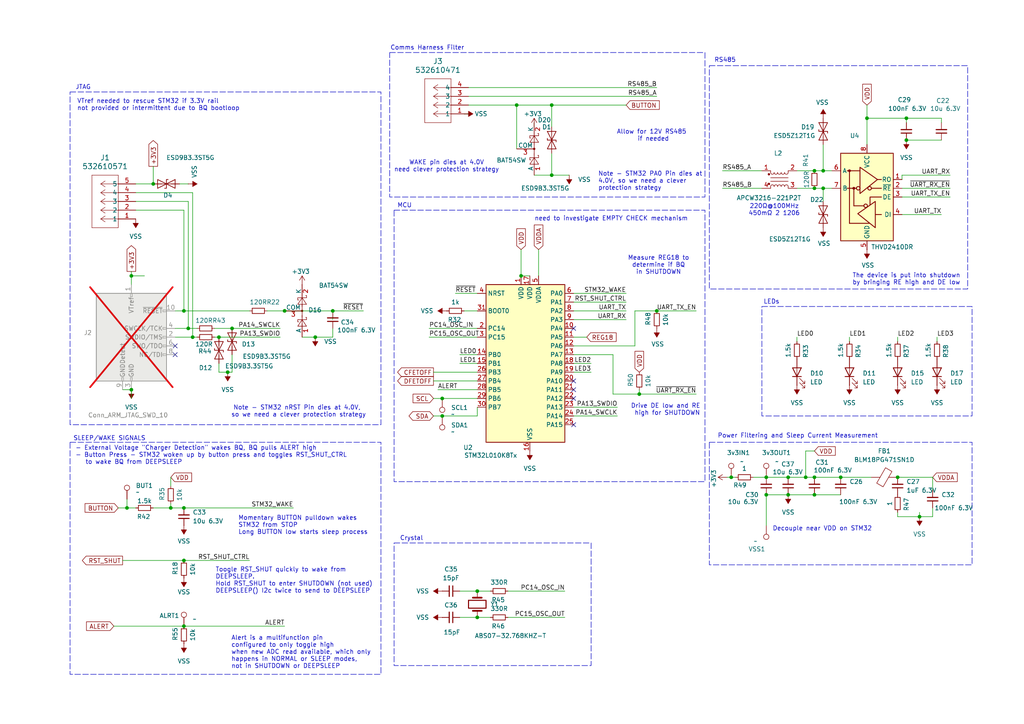
<source format=kicad_sch>
(kicad_sch (version 20231120) (generator "eeschema") (generator_version "8.0")
  (paper "A4")
  (title_block (title "Faraday Rescue BMS") (date "2025-01-18") (rev "2.0"))
  (junction (at 82.55 90.17))
  (junction (at 149.86 30.48))
  (junction (at 266.7 149.86))
  (junction (at 53.34 162.56))
  (junction (at 233.68 138.43))
  (junction (at 53.34 90.17))
  (junction (at 228.6 138.43))
  (junction (at 63.5 97.79))
  (junction (at 160.02 50.8))
  (junction (at 236.22 143.51))
  (junction (at 67.31 95.25))
  (junction (at 236.22 49.53))
  (junction (at 236.22 138.43))
  (junction (at 55.88 97.79))
  (junction (at 228.6 143.51))
  (junction (at 251.46 34.29))
  (junction (at 128.27 115.57))
  (junction (at 238.76 54.61))
  (junction (at 53.34 181.61))
  (junction (at 185.42 114.3))
  (junction (at 38.1 113.03))
  (junction (at 38.1 80.01))
  (junction (at 138.43 171.45))
  (junction (at 36.83 147.32))
  (junction (at 160.02 30.48))
  (junction (at 53.34 147.32))
  (junction (at 54.61 95.25))
  (junction (at 222.25 143.51))
  (junction (at 212.09 138.43))
  (junction (at 91.44 97.79))
  (junction (at 222.25 138.43))
  (junction (at 96.52 90.17))
  (junction (at 262.89 40.64))
  (junction (at 44.45 53.34))
  (junction (at 236.22 54.61))
  (junction (at 260.35 138.43))
  (junction (at 243.84 138.43))
  (junction (at 128.27 120.65))
  (junction (at 190.5 90.17))
  (junction (at 49.53 147.32))
  (junction (at 138.43 179.07))
  (junction (at 66.04 107.95))
  (junction (at 262.89 34.29))
  (junction (at 151.13 80.01))
  (junction (at 238.76 49.53))
  (no_connect (at 50.8 100.33))
  (no_connect (at 166.37 115.57))
  (no_connect (at 166.37 123.19))
  (no_connect (at 166.37 95.25))
  (no_connect (at 166.37 110.49))
  (no_connect (at 50.8 102.87))
  (no_connect (at 166.37 113.03))
  (wire (pts (xy 275.59 50.8) (xy 261.62 50.8)))
  (wire (pts (xy 49.53 140.97) (xy 49.53 138.43)))
  (wire (pts (xy 236.22 130.81) (xy 233.68 130.81)))
  (wire (pts (xy 67.31 95.25) (xy 81.28 95.25)))
  (wire (pts (xy 222.25 138.43) (xy 218.44 138.43)))
  (wire (pts (xy 49.53 147.32) (xy 53.34 147.32)))
  (wire (pts (xy 260.35 149.86) (xy 266.7 149.86)))
  (wire (pts (xy 238.76 54.61) (xy 238.76 58.42)))
  (wire (pts (xy 96.52 92.71) (xy 96.52 90.17)))
  (wire (pts (xy 238.76 49.53) (xy 241.3 49.53)))
  (wire (pts (xy 124.46 97.79) (xy 138.43 97.79)))
  (wire (pts (xy 35.56 113.03) (xy 38.1 113.03)))
  (wire (pts (xy 53.34 90.17) (xy 72.39 90.17)))
  (wire (pts (xy 251.46 34.29) (xy 262.89 34.29)))
  (wire (pts (xy 181.61 87.63) (xy 166.37 87.63)))
  (wire (pts (xy 62.23 95.25) (xy 67.31 95.25)))
  (wire (pts (xy 270.51 142.24) (xy 270.51 138.43)))
  (wire (pts (xy 149.86 30.48) (xy 160.02 30.48)))
  (wire (pts (xy 128.27 115.57) (xy 138.43 115.57)))
  (wire (pts (xy 151.13 80.01) (xy 153.67 80.01)))
  (wire (pts (xy 231.14 97.79) (xy 231.14 99.06)))
  (wire (pts (xy 135.89 25.4) (xy 190.5 25.4)))
  (wire (pts (xy 222.25 152.4) (xy 222.25 143.51)))
  (wire (pts (xy 134.62 33.02) (xy 135.89 33.02)))
  (wire (pts (xy 275.59 57.15) (xy 261.62 57.15)))
  (wire (pts (xy 228.6 143.51) (xy 236.22 143.51)))
  (wire (pts (xy 212.09 138.43) (xy 213.36 138.43)))
  (wire (pts (xy 57.15 95.25) (xy 54.61 95.25)))
  (wire (pts (xy 238.76 54.61) (xy 241.3 54.61)))
  (wire (pts (xy 44.45 53.34) (xy 39.37 53.34)))
  (wire (pts (xy 44.45 147.32) (xy 49.53 147.32)))
  (wire (pts (xy 271.78 97.79) (xy 271.78 99.06)))
  (wire (pts (xy 166.37 97.79) (xy 170.18 97.79)))
  (wire (pts (xy 177.8 114.3) (xy 185.42 114.3)))
  (wire (pts (xy 171.45 105.41) (xy 166.37 105.41)))
  (wire (pts (xy 270.51 149.86) (xy 270.51 147.32)))
  (wire (pts (xy 54.61 53.34) (xy 52.07 53.34)))
  (wire (pts (xy 236.22 143.51) (xy 243.84 143.51)))
  (wire (pts (xy 154.94 36.83) (xy 154.94 35.56)))
  (wire (pts (xy 44.45 48.26) (xy 44.45 53.34)))
  (wire (pts (xy 181.61 92.71) (xy 166.37 92.71)))
  (wire (pts (xy 209.55 49.53) (xy 220.98 49.53)))
  (wire (pts (xy 228.6 138.43) (xy 233.68 138.43)))
  (wire (pts (xy 184.15 90.17) (xy 184.15 100.33)))
  (wire (pts (xy 67.31 107.95) (xy 67.31 102.87)))
  (wire (pts (xy 236.22 49.53) (xy 238.76 49.53)))
  (wire (pts (xy 166.37 100.33) (xy 184.15 100.33)))
  (wire (pts (xy 181.61 90.17) (xy 166.37 90.17)))
  (wire (pts (xy 222.25 138.43) (xy 228.6 138.43)))
  (wire (pts (xy 124.46 95.25) (xy 138.43 95.25)))
  (wire (pts (xy 185.42 113.03) (xy 185.42 114.3)))
  (wire (pts (xy 151.13 72.39) (xy 151.13 80.01)))
  (wire (pts (xy 91.44 97.79) (xy 96.52 97.79)))
  (wire (pts (xy 222.25 143.51) (xy 228.6 143.51)))
  (wire (pts (xy 166.37 118.11) (xy 179.07 118.11)))
  (wire (pts (xy 184.15 90.17) (xy 190.5 90.17)))
  (wire (pts (xy 210.82 138.43) (xy 212.09 138.43)))
  (wire (pts (xy 156.21 72.39) (xy 156.21 80.01)))
  (wire (pts (xy 243.84 138.43) (xy 252.73 138.43)))
  (wire (pts (xy 135.89 30.48) (xy 149.86 30.48)))
  (wire (pts (xy 63.5 97.79) (xy 81.28 97.79)))
  (wire (pts (xy 236.22 138.43) (xy 233.68 138.43)))
  (wire (pts (xy 177.8 102.87) (xy 177.8 114.3)))
  (wire (pts (xy 147.32 171.45) (xy 163.83 171.45)))
  (wire (pts (xy 273.05 62.23) (xy 261.62 62.23)))
  (wire (pts (xy 134.62 90.17) (xy 138.43 90.17)))
  (wire (pts (xy 166.37 107.95) (xy 171.45 107.95)))
  (wire (pts (xy 160.02 30.48) (xy 160.02 36.83)))
  (wire (pts (xy 273.05 35.56) (xy 273.05 34.29)))
  (wire (pts (xy 127 113.03) (xy 138.43 113.03)))
  (wire (pts (xy 160.02 30.48) (xy 181.61 30.48)))
  (wire (pts (xy 236.22 54.61) (xy 238.76 54.61)))
  (wire (pts (xy 132.08 85.09) (xy 138.43 85.09)))
  (wire (pts (xy 160.02 50.8) (xy 165.1 50.8)))
  (wire (pts (xy 154.94 50.8) (xy 160.02 50.8)))
  (wire (pts (xy 260.35 149.86) (xy 260.35 148.59)))
  (wire (pts (xy 50.8 97.79) (xy 55.88 97.79)))
  (wire (pts (xy 231.14 49.53) (xy 236.22 49.53)))
  (wire (pts (xy 266.7 149.86) (xy 266.7 148.59)))
  (wire (pts (xy 133.35 105.41) (xy 138.43 105.41)))
  (wire (pts (xy 166.37 120.65) (xy 179.07 120.65)))
  (wire (pts (xy 35.56 162.56) (xy 53.34 162.56)))
  (wire (pts (xy 246.38 97.79) (xy 246.38 99.06)))
  (wire (pts (xy 138.43 179.07) (xy 142.24 179.07)))
  (wire (pts (xy 273.05 34.29) (xy 262.89 34.29)))
  (wire (pts (xy 38.1 113.03) (xy 38.1 115.57)))
  (wire (pts (xy 63.5 105.41) (xy 63.5 107.95)))
  (wire (pts (xy 34.29 147.32) (xy 36.83 147.32)))
  (wire (pts (xy 190.5 90.17) (xy 201.93 90.17)))
  (wire (pts (xy 53.34 147.32) (xy 85.09 147.32)))
  (wire (pts (xy 41.91 80.01) (xy 38.1 80.01)))
  (wire (pts (xy 39.37 55.88) (xy 55.88 55.88)))
  (wire (pts (xy 260.35 97.79) (xy 260.35 99.06)))
  (wire (pts (xy 38.1 78.74) (xy 38.1 80.01)))
  (wire (pts (xy 54.61 58.42) (xy 54.61 95.25)))
  (wire (pts (xy 63.5 107.95) (xy 66.04 107.95)))
  (wire (pts (xy 53.34 162.56) (xy 72.39 162.56)))
  (wire (pts (xy 55.88 97.79) (xy 57.15 97.79)))
  (wire (pts (xy 166.37 102.87) (xy 177.8 102.87)))
  (wire (pts (xy 87.63 97.79) (xy 91.44 97.79)))
  (wire (pts (xy 251.46 34.29) (xy 251.46 41.91)))
  (wire (pts (xy 96.52 90.17) (xy 105.41 90.17)))
  (wire (pts (xy 125.73 107.95) (xy 138.43 107.95)))
  (wire (pts (xy 166.37 85.09) (xy 181.61 85.09)))
  (wire (pts (xy 77.47 90.17) (xy 82.55 90.17)))
  (wire (pts (xy 39.37 60.96) (xy 53.34 60.96)))
  (wire (pts (xy 138.43 171.45) (xy 142.24 171.45)))
  (wire (pts (xy 185.42 114.3) (xy 201.93 114.3)))
  (wire (pts (xy 128.27 120.65) (xy 138.43 120.65)))
  (wire (pts (xy 133.35 171.45) (xy 138.43 171.45)))
  (wire (pts (xy 96.52 97.79) (xy 96.52 95.25)))
  (wire (pts (xy 39.37 58.42) (xy 54.61 58.42)))
  (wire (pts (xy 36.83 144.78) (xy 36.83 147.32)))
  (wire (pts (xy 50.8 95.25) (xy 54.61 95.25)))
  (wire (pts (xy 38.1 80.01) (xy 38.1 82.55)))
  (wire (pts (xy 125.73 110.49) (xy 138.43 110.49)))
  (wire (pts (xy 49.53 146.05) (xy 49.53 147.32)))
  (wire (pts (xy 133.35 179.07) (xy 138.43 179.07)))
  (wire (pts (xy 266.7 149.86) (xy 270.51 149.86)))
  (wire (pts (xy 125.73 115.57) (xy 128.27 115.57)))
  (wire (pts (xy 233.68 130.81) (xy 233.68 138.43)))
  (wire (pts (xy 133.35 102.87) (xy 138.43 102.87)))
  (wire (pts (xy 209.55 54.61) (xy 220.98 54.61)))
  (wire (pts (xy 66.04 107.95) (xy 67.31 107.95)))
  (wire (pts (xy 160.02 44.45) (xy 160.02 50.8)))
  (wire (pts (xy 82.55 181.61) (xy 53.34 181.61)))
  (wire (pts (xy 261.62 50.8) (xy 261.62 52.07)))
  (wire (pts (xy 138.43 120.65) (xy 138.43 118.11)))
  (wire (pts (xy 135.89 27.94) (xy 190.5 27.94)))
  (wire (pts (xy 238.76 41.91) (xy 238.76 49.53)))
  (wire (pts (xy 149.86 30.48) (xy 149.86 43.18)))
  (wire (pts (xy 231.14 54.61) (xy 236.22 54.61)))
  (wire (pts (xy 125.73 120.65) (xy 128.27 120.65)))
  (wire (pts (xy 62.23 97.79) (xy 63.5 97.79)))
  (wire (pts (xy 262.89 40.64) (xy 273.05 40.64)))
  (wire (pts (xy 261.62 54.61) (xy 275.59 54.61)))
  (wire (pts (xy 270.51 138.43) (xy 260.35 138.43)))
  (wire (pts (xy 53.34 60.96) (xy 53.34 90.17)))
  (wire (pts (xy 236.22 138.43) (xy 243.84 138.43)))
  (wire (pts (xy 251.46 30.48) (xy 251.46 34.29)))
  (wire (pts (xy 36.83 147.32) (xy 39.37 147.32)))
  (wire (pts (xy 50.8 90.17) (xy 53.34 90.17)))
  (wire (pts (xy 262.89 34.29) (xy 262.89 35.56)))
  (wire (pts (xy 55.88 55.88) (xy 55.88 97.79)))
  (wire (pts (xy 82.55 90.17) (xy 96.52 90.17)))
  (wire (pts (xy 147.32 179.07) (xy 163.83 179.07)))
  (wire (pts (xy 53.34 181.61) (xy 33.02 181.61)))
  (rectangle (start 205.74 128.27) (end 281.94 163.83) (stroke (width 0) (type dash)))
  (rectangle (start 114.3 60.96) (end 204.47 139.7) (stroke (width 0) (type dash)))
  (rectangle (start 205.74 19.05) (end 280.67 83.82) (stroke (width 0) (type dash)))
  (rectangle (start 113.03 15.24) (end 204.47 57.15) (stroke (width 0) (type dash)))
  (rectangle (start 114.3 157.48) (end 171.45 193.04) (stroke (width 0) (type dash)))
  (rectangle (start 20.32 26.67) (end 110.49 123.19) (stroke (width 0) (type dash)))
  (rectangle (start 220.98 88.9) (end 281.94 120.65) (stroke (width 0) (type dash)))
  (rectangle (start 20.32 128.27) (end 110.49 195.58) (stroke (width 0) (type dash)))
  (text "220Ω@100MHz \n450mΩ 2 1206 " (at 225.044 60.96 0) (effects (font (size 1.27 1.27))))
  (text "Decouple near VDD on STM32" (at 238.506 153.416 0) (effects (font (size 1.27 1.27))))
  (text "Alert is a multifunction pin\nconfigured to only toggle high\nwhen new ADC read available, which only\nhappens in NORMAL or SLEEP modes,\nnot in SHUTDOWN or DEEPSLEEP" (at 67.056 189.23 0) (effects (font (size 1.27 1.27)) (justify left)))
  (text "MCU\n" (at 117.348 59.69 0) (effects (font (size 1.27 1.27))))
  (text "Note - STM32 PA0 Pin dies at\n4.0V, so we need a clever \nprotection strategy" (at 173.482 52.578 0) (effects (font (size 1.27 1.27)) (justify left)))
  (text "RS485\n" (at 210.312 17.526 0) (effects (font (size 1.27 1.27))))
  (text "WAKE pin dies at 4.0V\nneed clever protection strategy" (at 129.54 48.26 0) (effects (font (size 1.27 1.27))))
  (text "JTAG\n" (at 24.13 25.4 0) (effects (font (size 1.27 1.27))))
  (text "Drive DE low and RE \nhigh for SHUTDOWN\n" (at 193.548 118.872 0) (effects (font (size 1.27 1.27))))
  (text "- External Voltage \"Charger Detection\" wakes BQ, BQ pulls ALERT high\n- Button Press - STM32 woken up by button press and toggles RST_SHUT_CTRL\n   to wake BQ from DEEPSLEEP" (at 21.844 132.08 0) (effects (font (size 1.27 1.27)) (justify left)))
  (text "VTref needed to rescue STM32 if 3.3V rail \nnot provided or intermittent due to BQ bootloop\n" (at 22.352 30.48 0) (effects (font (size 1.27 1.27)) (justify left)))
  (text "Allow for 12V RS485 \nif needed" (at 189.484 39.37 0) (effects (font (size 1.27 1.27))))
  (text "Momentary BUTTON pulldown wakes \nSTM32 from STOP\nLong BUTTON low starts sleep process\n\n" (at 69.088 153.416 0) (effects (font (size 1.27 1.27)) (justify left)))
  (text "SLEEP/WAKE SIGNALS" (at 31.75 127.254 0) (effects (font (size 1.27 1.27))))
  (text "need to investigate EMPTY CHECK mechanism\n" (at 177.292 63.5 0) (effects (font (size 1.27 1.27))))
  (text "Power Filtering and Sleep Current Measurement\n" (at 231.394 126.492 0) (effects (font (size 1.27 1.27))))
  (text "Comms Harness Filter\n" (at 123.952 13.97 0) (effects (font (size 1.27 1.27))))
  (text "Measure REG18 to\ndetermine if BQ\nin SHUTDOWN" (at 191.008 76.962 0) (effects (font (size 1.27 1.27))))
  (text "The device is put into shutdown\nby bringing RE high and DE low" (at 262.89 81.026 0) (effects (font (size 1.27 1.27))))
  (text "Toogle RST_SHUT quickly to wake from\nDEEPSLEEP.\nHold RST_SHUT to enter SHUTDOWN (not used)\nDEEPSLEEP() I2c twice to send to DEEPSLEEP\n" (at 62.484 168.402 0) (effects (font (size 1.27 1.27)) (justify left)))
  (text "Crystal\n" (at 119.38 156.21 0) (effects (font (size 1.27 1.27))))
  (text "Note - STM32 nRST Pin dies at 4.0V, \nso we need a clever protection strategy" (at 86.614 119.38 0) (effects (font (size 1.27 1.27))))
  (text "LEDs\n" (at 223.774 87.63 0) (effects (font (size 1.27 1.27))))
  (label "~{UART_RX_EN}" (at 275.59 54.61 180))
  (label "LED3" (at 271.78 97.79 0))
  (label "LED2" (at 171.45 105.41 180))
  (label "RST_SHUT_CTRL" (at 181.61 87.63 180))
  (label "PA14_SWCLK" (at 81.28 95.25 180))
  (label "~{UART_RX_EN}" (at 201.93 114.3 180))
  (label "PC15_OSC_OUT" (at 124.46 97.79 0))
  (label "~{RESET}" (at 132.08 85.09 0))
  (label "LED0" (at 231.14 97.79 0))
  (label "UART_TX" (at 181.61 90.17 180))
  (label "STM32_WAKE" (at 85.09 147.32 180))
  (label "ALERT" (at 127 113.03 0))
  (label "RST_SHUT_CTRL" (at 72.39 162.56 180))
  (label "PA13_SWDIO" (at 81.28 97.79 180))
  (label "LED1" (at 246.38 97.79 0))
  (label "~{RESET}" (at 105.41 90.17 180))
  (label "STM32_WAKE" (at 181.61 85.09 180))
  (label "RS485_B" (at 209.55 54.61 0))
  (label "LED0" (at 133.35 102.87 0))
  (label "PA14_SWCLK" (at 179.07 120.65 180))
  (label "RS485_B" (at 190.5 25.4 180))
  (label "RS485_A" (at 209.55 49.53 0))
  (label "UART_TX" (at 273.05 62.23 180))
  (label "UART_TX_EN" (at 201.93 90.17 180))
  (label "LED3" (at 171.45 107.95 180))
  (label "PC14_OSC_IN" (at 124.46 95.25 0))
  (label "UART_RX" (at 275.59 50.8 180))
  (label "ALERT" (at 82.55 181.61 180))
  (label "RS485_A" (at 190.5 27.94 180))
  (label "UART_RX" (at 181.61 92.71 180))
  (label "PC14_OSC_IN" (at 163.83 171.45 180))
  (label "LED2" (at 260.35 97.79 0))
  (label "UART_TX_EN" (at 275.59 57.15 180))
  (label "PC15_OSC_OUT" (at 163.83 179.07 180))
  (label "LED1" (at 133.35 105.41 0))
  (label "PA13_SWDIO" (at 179.07 118.11 180))
  (global_label "SDA" (shape bidirectional) (at 125.73 120.65 180) (property "Intersheetrefs" "${INTERSHEET_REFS}" (effects (hide yes))))
  (global_label "RST_SHUT" (shape output) (at 35.56 162.56 180) (property "Intersheetrefs" "${INTERSHEET_REFS}" (effects (hide yes))))
  (global_label "VDD" (shape input) (at 236.22 130.81 0) (property "Intersheetrefs" "${INTERSHEET_REFS}" (effects (hide yes))))
  (global_label "ALERT" (shape input) (at 33.02 181.61 180) (property "Intersheetrefs" "${INTERSHEET_REFS}" (effects (hide yes))))
  (global_label "VDDA" (shape input) (at 156.21 72.39 90) (property "Intersheetrefs" "${INTERSHEET_REFS}" (effects (hide yes))))
  (global_label "VDD" (shape input) (at 151.13 72.39 90) (property "Intersheetrefs" "${INTERSHEET_REFS}" (effects (hide yes))))
  (global_label "VDDA" (shape input) (at 270.51 138.43 0) (property "Intersheetrefs" "${INTERSHEET_REFS}" (effects (hide yes))))
  (global_label "VDD" (shape input) (at 49.53 138.43 0) (property "Intersheetrefs" "${INTERSHEET_REFS}" (effects (hide yes))))
  (global_label "VDD" (shape input) (at 185.42 107.95 90) (property "Intersheetrefs" "${INTERSHEET_REFS}" (effects (hide yes))))
  (global_label "SCL" (shape input) (at 125.73 115.57 180) (property "Intersheetrefs" "${INTERSHEET_REFS}" (effects (hide yes))))
  (global_label "BUTTON" (shape input) (at 34.29 147.32 180) (property "Intersheetrefs" "${INTERSHEET_REFS}" (effects (hide yes))))
  (global_label "VDD" (shape input) (at 251.46 30.48 90) (property "Intersheetrefs" "${INTERSHEET_REFS}" (effects (hide yes))))
  (global_label "CFETOFF" (shape output) (at 125.73 107.95 180) (property "Intersheetrefs" "${INTERSHEET_REFS}" (effects (hide yes))))
  (global_label "BUTTON" (shape input) (at 181.61 30.48 0) (property "Intersheetrefs" "${INTERSHEET_REFS}" (effects (hide yes))))
  (global_label "REG18" (shape input) (at 170.18 97.79 0) (property "Intersheetrefs" "${INTERSHEET_REFS}" (effects (hide yes))))
  (global_label "+3V3" (shape output) (at 44.45 48.26 90) (property "Intersheetrefs" "${INTERSHEET_REFS}" (effects (hide yes))))
  (global_label "+3V3" (shape output) (at 38.1 78.74 90) (property "Intersheetrefs" "${INTERSHEET_REFS}" (effects (hide yes))))
  (global_label "DFETOFF" (shape output) (at 125.73 110.49 180) (property "Intersheetrefs" "${INTERSHEET_REFS}" (effects (hide yes))))
  (symbol (lib_id "custom:R_Small") (at 59.69 97.79 90) (unit 1)
    (property "Reference" "R44" (at 59.436 101.854 90))
    (property "Value" "120R" (at 59.182 99.822 90))
    (property "Footprint" "Resistor_SMD:R_0402_1005Metric" (effects (hide yes)))
    (property "Description" "Resistor, small symbol" (effects (hide yes)))
    (property "Part Number" "RC0402JR-07120RL" (effects (hide yes)))
  )
  (symbol (lib_id "custom:C_Small") (at 243.84 140.97 180) (unit 1)
    (property "Reference" "C26" (at 246.38 139.6935 0) (effects (justify right)))
    (property "Value" "100nF 6.3V" (at 243.332 145.542 0) (effects (justify right)))
    (property "Footprint" "Capacitor_SMD:C_0402_1005Metric" (effects (hide yes)))
    (property "Description" "Unpolarized capacitor, small symbol" (effects (hide yes)))
    (property "Part Number" "CC0402KRX7R7BB104" (effects (hide yes)))
  )
  (symbol (lib_id "custom:R_Small") (at 144.78 171.45 90) (unit 1)
    (property "Reference" "R45" (at 144.526 173.99 90))
    (property "Value" "330R" (at 144.78 168.91 90))
    (property "Footprint" "Resistor_SMD:R_0402_1005Metric" (effects (hide yes)))
    (property "Description" "Resistor, small symbol" (effects (hide yes)))
    (property "Part Number" "RC1005J000CS" (effects (hide yes)))
  )
  (symbol (lib_id "Device:Crystal") (at 138.43 175.26 90) (unit 1)
    (property "Reference" "Y1" (at 142.24 175.26 90) (effects (justify right)))
    (property "Value" "ABS07-32.768KHZ-T" (at 137.668 184.404 90) (effects (justify right)))
    (property "Footprint" "Resistor_SMD:R_1206_3216Metric" (effects (hide yes)))
    (property "Description" "Two pin crystal" (effects (hide yes)))
    (property "Part Number" "ABS07-32.768KHZ-T" (effects (hide yes)))
  )
  (symbol (lib_id "power:VSS") (at 228.6 143.51 180) (unit 1)
    (property "Reference" "#PWR027" (effects (hide yes)))
    (property "Value" "VSS" (at 228.6 148.59 0))
    (property "Description" "Power symbol creates a global label with name \"VSS\"" (effects (hide yes)))
  )
  (symbol (lib_id "Diode:ESD9B3.3ST5G") (at 67.31 99.06 90) (unit 1)
    (property "Reference" "D13" (at 70.104 99.822 90) (effects (justify right)))
    (property "Value" "ESD9B3.3ST5G" (at 70.358 103.378 90) (effects (justify right)))
    (property "Footprint" "Diode_SMD:D_SOD-923" (effects (hide yes)))
    (property "Datasheet" "https://www.onsemi.com/pub/Collateral/ESD9B-D.PDF" (effects (hide yes)))
    (property "Description" "ESD protection diode, 3.3Vrwm, SOD-923" (effects (hide yes)))
    (property "Part Number" "ESD9B3.3ST5G" (effects (hide yes)))
  )
  (symbol (lib_id "custom:R_Small") (at 271.78 101.6 180) (unit 1)
    (property "Reference" "R38" (at 274.32 101.854 90))
    (property "Value" "1.5k" (at 269.24 101.6 90))
    (property "Footprint" "Resistor_SMD:R_0402_1005Metric" (effects (hide yes)))
    (property "Description" "Resistor, small symbol" (effects (hide yes)))
    (property "Part Number" "RC0402FR-07330RL" (effects (hide yes)))
  )
  (symbol (lib_id "Connector:TestPoint") (at 36.83 144.78 0) (unit 1)
    (property "Reference" "BUT1" (at 39.37 140.8429 0) (effects (justify left)))
    (property "Value" "~" (at 39.37 142.748 0) (effects (justify left)))
    (property "Footprint" "TestPoint:TestPoint_Keystone_5019_Minature" (effects (hide yes)))
    (property "Description" "test point" (effects (hide yes)))
    (property "Part Number" "36-5019CT-ND" (effects (hide yes)))
  )
  (symbol (lib_id "custom:R_Small") (at 190.5 92.71 0) (unit 1)
    (property "Reference" "R48" (at 187.96 92.456 90))
    (property "Value" "10k" (at 193.04 92.71 90))
    (property "Footprint" "Resistor_SMD:R_0402_1005Metric" (effects (hide yes)))
    (property "Description" "Resistor, small symbol" (effects (hide yes)))
    (property "Part Number" "RC0402JR-0710KL" (effects (hide yes)))
  )
  (symbol (lib_id "Diode:ESD9B3.3ST5G") (at 48.26 53.34 0) (unit 1)
    (property "Reference" "D4" (at 50.038 56.642 0) (effects (justify right)))
    (property "Value" "ESD9B3.3ST5G" (at 62.23 45.72 0) (effects (justify right)))
    (property "Footprint" "Diode_SMD:D_SOD-923" (effects (hide yes)))
    (property "Datasheet" "https://www.onsemi.com/pub/Collateral/ESD9B-D.PDF" (effects (hide yes)))
    (property "Description" "ESD protection diode, 3.3Vrwm, SOD-923" (effects (hide yes)))
    (property "Part Number" "ESD9B3.3ST5G" (effects (hide yes)))
  )
  (symbol (lib_id "power:VSS") (at 260.35 111.76 180) (unit 1)
    (property "Reference" "#PWR030" (effects (hide yes)))
    (property "Value" "VSS" (at 260.35 116.84 0))
    (property "Description" "Power symbol creates a global label with name \"VSS\"" (effects (hide yes)))
  )
  (symbol (lib_id "power:VSS") (at 129.54 90.17 90) (unit 1)
    (property "Reference" "#PWR029" (effects (hide yes)))
    (property "Value" "VSS" (at 125.73 90.1699 90) (effects (justify left)))
    (property "Description" "Power symbol creates a global label with name \"VSS\"" (effects (hide yes)))
  )
  (symbol (lib_id "power:VSS") (at 66.04 107.95 180) (unit 1)
    (property "Reference" "#PWR022" (effects (hide yes)))
    (property "Value" "VSS" (at 66.04 113.03 0))
    (property "Description" "Power symbol creates a global label with name \"VSS\"" (effects (hide yes)))
  )
  (symbol (lib_id "power:VSS") (at 39.37 63.5 180) (unit 1)
    (property "Reference" "#PWR035" (effects (hide yes)))
    (property "Value" "VSS" (at 39.37 68.58 0))
    (property "Description" "Power symbol creates a global label with name \"VSS\"" (effects (hide yes)))
  )
  (symbol (lib_id "power:+3V3") (at 210.82 138.43 90) (unit 1)
    (property "Reference" "#PWR026" (effects (hide yes)))
    (property "Value" "+3V3" (at 207.01 141.478 0) (effects (justify left)))
    (property "Description" "Power symbol creates a global label with name \"+3V3\"" (effects (hide yes)))
  )
  (symbol (lib_id "MCU_ST_STM32L0:STM32L010K8Tx") (at 151.13 105.41 0) (unit 1)
    (property "Reference" "U2" (at 134.366 129.794 0) (effects (justify left)))
    (property "Value" "STM32L010K8Tx" (at 134.62 132.08 0) (effects (justify left)))
    (property "Footprint" "Package_QFP:LQFP-32_7x7mm_P0.8mm" (effects (hide yes)))
    (property "Datasheet" "https://www.st.com/resource/en/datasheet/stm32l010k8.pdf" (effects (hide yes)))
    (property "Description" "STMicroelectronics Arm Cortex-M0+ MCU, 64KB flash, 8KB RAM, 32 MHz, 1.8-3.6V, 25 GPIO, LQFP32" (effects (hide yes)))
    (property "Part Number" "STM32L010K8T6TR" (effects (hide yes)))
  )
  (symbol (lib_id "custom:R_Small") (at 215.9 138.43 90) (unit 1)
    (property "Reference" "R49" (at 214.63 140.716 90))
    (property "Value" "1" (at 215.9 135.89 90))
    (property "Footprint" "Resistor_SMD:R_0402_1005Metric" (effects (hide yes)))
    (property "Description" "Resistor, small symbol" (effects (hide yes)))
    (property "Part Number" "RC0402FR-071RL" (effects (hide yes)))
  )
  (symbol (lib_id "power:VSS") (at 128.27 171.45 90) (unit 1)
    (property "Reference" "#PWR036" (effects (hide yes)))
    (property "Value" "VSS" (at 124.46 171.4499 90) (effects (justify left)))
    (property "Description" "Power symbol creates a global label with name \"VSS\"" (effects (hide yes)))
  )
  (symbol (lib_id "custom:C_Small") (at 222.25 140.97 180) (unit 1)
    (property "Reference" "C30" (at 216.154 143.51 0) (effects (justify right)))
    (property "Value" "10u 6.3V" (at 211.074 145.542 0) (effects (justify right)))
    (property "Footprint" "Capacitor_SMD:C_0402_1005Metric" (effects (hide yes)))
    (property "Description" "Unpolarized capacitor, small symbol" (effects (hide yes)))
    (property "Part Number" "CL05A106MP5NUNC" (effects (hide yes)))
  )
  (symbol (lib_id "power:VSS") (at 38.1 113.03 180) (unit 1)
    (property "Reference" "#PWR015" (effects (hide yes)))
    (property "Value" "VSS" (at 38.1 118.11 0))
    (property "Description" "Power symbol creates a global label with name \"VSS\"" (effects (hide yes)))
  )
  (symbol (lib_id "power:VSS") (at 165.1 50.8 180) (unit 1)
    (property "Reference" "#PWR01" (effects (hide yes)))
    (property "Value" "VSS" (at 167.64 52.0699 0) (effects (justify right)))
    (property "Description" "Power symbol creates a global label with name \"VSS\"" (effects (hide yes)))
  )
  (symbol (lib_id "custom:LED") (at 231.14 107.95 90) (unit 1)
    (property "Reference" "D10" (at 234.95 108.2674 90) (effects (justify right)))
    (property "Value" "LED" (at 234.95 110.8074 90) (effects (justify right)))
    (property "Footprint" "LED_SMD:LED_0402_1005Metric" (effects (hide yes)))
    (property "Description" "Light emitting diode" (effects (hide yes)))
    (property "Part Number" "  VLMO1500-GS08" (effects (hide yes)))
  )
  (symbol (lib_id "Connector:TestPoint") (at 53.34 181.61 0) (unit 1)
    (property "Reference" "ALRT1" (at 46.228 178.562 0) (effects (justify left)))
    (property "Value" "~" (at 55.88 179.578 0) (effects (justify left)))
    (property "Footprint" "TestPoint:TestPoint_Keystone_5019_Minature" (effects (hide yes)))
    (property "Description" "test point" (effects (hide yes)))
    (property "Part Number" "36-5019CT-ND" (effects (hide yes)))
  )
  (symbol (lib_id "power:VSS") (at 54.61 53.34 270) (unit 1)
    (property "Reference" "#PWR039" (effects (hide yes)))
    (property "Value" "VSS" (at 56.388 49.784 0))
    (property "Description" "Power symbol creates a global label with name \"VSS\"" (effects (hide yes)))
  )
  (symbol (lib_id "power:VSS") (at 238.76 66.04 180) (unit 1)
    (property "Reference" "#PWR047" (effects (hide yes)))
    (property "Value" "VSS" (at 239.014 70.612 0))
    (property "Description" "Power symbol creates a global label with name \"VSS\"" (effects (hide yes)))
  )
  (symbol (lib_id "custom:R_Small") (at 132.08 90.17 90) (unit 1)
    (property "Reference" "R32" (at 131.826 92.71 90))
    (property "Value" "1k" (at 132.08 87.63 90))
    (property "Footprint" "Resistor_SMD:R_0402_1005Metric" (effects (hide yes)))
    (property "Description" "Resistor, small symbol" (effects (hide yes)))
    (property "Part Number" "RC0402JR-0710KL" (effects (hide yes)))
  )
  (symbol (lib_id "custom:C_Small") (at 236.22 140.97 180) (unit 1)
    (property "Reference" "C31" (at 236.474 134.112 0) (effects (justify right)))
    (property "Value" "100nF 6.3V" (at 235.966 136.398 0) (effects (justify right)))
    (property "Footprint" "Capacitor_SMD:C_0402_1005Metric" (effects (hide yes)))
    (property "Description" "Unpolarized capacitor, small symbol" (effects (hide yes)))
    (property "Part Number" "CC0402KRX7R7BB104" (effects (hide yes)))
  )
  (symbol (lib_id "custom:R_Small") (at 53.34 165.1 0) (unit 1)
    (property "Reference" "R18" (at 50.8 164.846 90))
    (property "Value" "10k" (at 55.88 165.1 90))
    (property "Footprint" "Resistor_SMD:R_0402_1005Metric" (effects (hide yes)))
    (property "Description" "Resistor, small symbol" (effects (hide yes)))
    (property "Part Number" "RC0402JR-0710KL" (effects (hide yes)))
  )
  (symbol (lib_id "power:+3V3") (at 87.63 82.55 0) (unit 1)
    (property "Reference" "#PWR021" (effects (hide yes)))
    (property "Value" "+3V3" (at 84.582 78.74 0) (effects (justify left)))
    (property "Description" "Power symbol creates a global label with name \"+3V3\"" (effects (hide yes)))
  )
  (symbol (lib_id "custom:R_Small") (at 231.14 101.6 180) (unit 1)
    (property "Reference" "R33" (at 233.68 101.854 90))
    (property "Value" "1.5k" (at 228.6 101.6 90))
    (property "Footprint" "Resistor_SMD:R_0402_1005Metric" (effects (hide yes)))
    (property "Description" "Resistor, small symbol" (effects (hide yes)))
    (property "Part Number" "RC0402FR-07330RL" (effects (hide yes)))
  )
  (symbol (lib_id "power:VSS") (at 251.46 72.39 180) (unit 1)
    (property "Reference" "#PWR023" (effects (hide yes)))
    (property "Value" "VSS" (at 251.714 76.962 0))
    (property "Description" "Power symbol creates a global label with name \"VSS\"" (effects (hide yes)))
  )
  (symbol (lib_id "ul_532610471:532610471") (at 135.89 33.02 180) (unit 1)
    (property "Reference" "J3" (at 127 17.78 0) (effects (font (size 1.524 1.524))))
    (property "Value" "532610471" (at 127 20.32 0) (effects (font (size 1.524 1.524))))
    (property "Footprint" "CONN_532610001-SD_04_MOL" (effects (hide yes)))
    (property "Datasheet" "532610471" (effects (hide yes)))
  )
  (symbol (lib_id "ul_532610571:532610571") (at 39.37 63.5 180) (unit 1)
    (property "Reference" "J1" (at 30.48 45.72 0) (effects (font (size 1.524 1.524))))
    (property "Value" "532610571" (at 30.48 48.26 0) (effects (font (size 1.524 1.524))))
    (property "Footprint" "CONN_532610001-SD_05_MOL" (effects (hide yes)))
    (property "Datasheet" "532610571" (effects (hide yes)))
  )
  (symbol (lib_id "custom:C_Small") (at 270.51 144.78 180) (unit 1)
    (property "Reference" "C32" (at 273.05 143.5035 0) (effects (justify right)))
    (property "Value" "100nF 6.3V" (at 271.018 147.32 0) (effects (justify right)))
    (property "Footprint" "Capacitor_SMD:C_0402_1005Metric" (effects (hide yes)))
    (property "Description" "Unpolarized capacitor, small symbol" (effects (hide yes)))
    (property "Part Number" "CC0402KRX7R7BB104" (effects (hide yes)))
  )
  (symbol (lib_id "power:VSS") (at 53.34 167.64 180) (unit 1)
    (property "Reference" "#PWR034" (effects (hide yes)))
    (property "Value" "VSS" (at 53.34 171.704 0))
    (property "Description" "Power symbol creates a global label with name \"VSS\"" (effects (hide yes)))
  )
  (symbol (lib_id "Diode:ESD9B3.3ST5G") (at 63.5 101.6 90) (unit 1)
    (property "Reference" "D12" (at 57.658 106.68 90) (effects (justify right)))
    (property "Value" "ESD9B3.3ST5G" (at 65.278 106.172 90) (effects (justify right)))
    (property "Footprint" "Diode_SMD:D_SOD-923" (effects (hide yes)))
    (property "Datasheet" "https://www.onsemi.com/pub/Collateral/ESD9B-D.PDF" (effects (hide yes)))
    (property "Description" "ESD protection diode, 3.3Vrwm, SOD-923" (effects (hide yes)))
    (property "Part Number" "ESD9B3.3ST5G" (effects (hide yes)))
  )
  (symbol (lib_id "custom:R_Small") (at 144.78 179.07 90) (unit 1)
    (property "Reference" "R46" (at 144.526 181.61 90))
    (property "Value" "330R" (at 144.78 176.53 90))
    (property "Footprint" "Resistor_SMD:R_0402_1005Metric" (effects (hide yes)))
    (property "Description" "Resistor, small symbol" (effects (hide yes)))
    (property "Part Number" "RC1005J000CS" (effects (hide yes)))
  )
  (symbol (lib_id "custom:FerriteBead") (at 256.54 138.43 90) (unit 1)
    (property "Reference" "FB1" (at 256.4892 130.81 90))
    (property "Value" "BLM18PG471SN1D" (at 256.4892 133.35 90))
    (property "Footprint" "Inductor_SMD:L_0603_1608Metric" (effects (hide yes)))
    (property "Description" "Ferrite bead" (effects (hide yes)))
    (property "Part Number" "BLM18PG471SN1D" (effects (hide yes)))
  )
  (symbol (lib_id "custom:C_Small") (at 228.6 140.97 180) (unit 1)
    (property "Reference" "C37" (at 226.568 134.62 0) (effects (justify right)))
    (property "Value" "10u 6.3V" (at 224.028 136.906 0) (effects (justify right)))
    (property "Footprint" "Capacitor_SMD:C_0402_1005Metric" (effects (hide yes)))
    (property "Description" "Unpolarized capacitor, small symbol" (effects (hide yes)))
    (property "Part Number" "CL05A106MP5NUNC" (effects (hide yes)))
  )
  (symbol (lib_id "custom:LED") (at 271.78 107.95 90) (unit 1)
    (property "Reference" "D17" (at 275.59 108.2674 90) (effects (justify right)))
    (property "Value" "LED" (at 275.59 110.8074 90) (effects (justify right)))
    (property "Footprint" "LED_SMD:LED_0402_1005Metric" (effects (hide yes)))
    (property "Description" "Light emitting diode" (effects (hide yes)))
    (property "Part Number" "  VLMO1500-GS08" (effects (hide yes)))
  )
  (symbol (lib_id "custom:C_Small") (at 130.81 179.07 270) (unit 1)
    (property "Reference" "C36" (at 130.81 175.514 90))
    (property "Value" "15pF" (at 131.064 183.388 90))
    (property "Footprint" "Capacitor_SMD:C_0402_1005Metric" (effects (hide yes)))
    (property "Description" "Unpolarized capacitor, small symbol" (effects (hide yes)))
    (property "Part Number" "GJM1555C1H150GB01D" (effects (hide yes)))
  )
  (symbol (lib_id "Diode:BAT54SW") (at 154.94 43.18 270) (mirror x) (unit 1)
    (property "Reference" "D1" (at 157.226 36.83 90) (effects (justify left)))
    (property "Value" "BAT54SW" (at 144.018 46.482 90) (effects (justify left)))
    (property "Footprint" "Package_TO_SOT_SMD:SOT-323_SC-70" (effects (hide yes)))
    (property "Datasheet" "https://assets.nexperia.com/documents/data-sheet/BAT54W_SER.pdf" (effects (hide yes)))
    (property "Description" "Vr 30V, If 200mA, Dual schottky barrier diode, in series, SOT-323" (effects (hide yes)))
    (property "Part Number" "BAT54SW" (effects (hide yes)))
  )
  (symbol (lib_id "power:VSS") (at 246.38 111.76 180) (unit 1)
    (property "Reference" "#PWR033" (effects (hide yes)))
    (property "Value" "VSS" (at 246.38 116.84 0))
    (property "Description" "Power symbol creates a global label with name \"VSS\"" (effects (hide yes)))
  )
  (symbol (lib_id "power:VSS") (at 266.7 149.86 180) (unit 1)
    (property "Reference" "#PWR028" (effects (hide yes)))
    (property "Value" "VSS" (at 266.7 154.94 0))
    (property "Description" "Power symbol creates a global label with name \"VSS\"" (effects (hide yes)))
  )
  (symbol (lib_id "Diode:ESD9B5.0ST5G") (at 238.76 62.23 90) (unit 1)
    (property "Reference" "D22" (at 234.95 57.912 90) (effects (justify right)))
    (property "Value" "ESD5Z12T1G" (at 223.012 69.342 90) (effects (justify right)))
    (property "Footprint" "Diode_SMD:D_SOD-523" (effects (hide yes)))
    (property "Datasheet" "https://www.onsemi.com/pub/Collateral/ESD9B-D.PDF" (effects (hide yes)))
    (property "Description" "ESD protection diode, 13.5Vrwm, SOD-923" (effects (hide yes)))
    (property "Part Number" "ESD5Z12T1G" (effects (hide yes)))
  )
  (symbol (lib_id "custom:R_Small") (at 246.38 101.6 180) (unit 1)
    (property "Reference" "R34" (at 248.92 101.854 90))
    (property "Value" "1.5k" (at 243.84 101.6 90))
    (property "Footprint" "Resistor_SMD:R_0402_1005Metric" (effects (hide yes)))
    (property "Description" "Resistor, small symbol" (effects (hide yes)))
    (property "Part Number" "RC0402FR-07330RL" (effects (hide yes)))
  )
  (symbol (lib_id "power:VSS") (at 231.14 111.76 180) (unit 1)
    (property "Reference" "#PWR031" (effects (hide yes)))
    (property "Value" "VSS" (at 231.14 116.84 0))
    (property "Description" "Power symbol creates a global label with name \"VSS\"" (effects (hide yes)))
  )
  (symbol (lib_id "custom:R_Small") (at 41.91 147.32 90) (unit 1)
    (property "Reference" "R42" (at 41.656 149.86 90))
    (property "Value" "1.5k" (at 41.91 145.288 90))
    (property "Footprint" "Resistor_SMD:R_0402_1005Metric" (effects (hide yes)))
    (property "Description" "Resistor, small symbol" (effects (hide yes)))
    (property "Part Number" "RC0402JR-07120RL" (effects (hide yes)))
  )
  (symbol (lib_id "Connector:TestPoint") (at 222.25 152.4 180) (unit 1)
    (property "Reference" "VSS1" (at 221.996 159.258 0) (effects (justify left)))
    (property "Value" "~" (at 219.71 156.972 0) (effects (justify left)))
    (property "Footprint" "TestPoint:TestPoint_Keystone_5019_Minature" (effects (hide yes)))
    (property "Description" "test point" (effects (hide yes)))
    (property "Part Number" "36-5019CT-ND" (effects (hide yes)))
  )
  (symbol (lib_id "power:VSS") (at 238.76 34.29 0) (unit 1)
    (property "Reference" "#PWR040" (effects (hide yes)))
    (property "Value" "VSS" (at 238.506 29.718 0))
    (property "Description" "Power symbol creates a global label with name \"VSS\"" (effects (hide yes)))
  )
  (symbol (lib_id "power:VSS") (at 134.62 33.02 270) (unit 1)
    (property "Reference" "#PWR06" (effects (hide yes)))
    (property "Value" "VSS" (at 137.668 33.02 90) (effects (justify left)))
    (property "Description" "Power symbol creates a global label with name \"VSS\"" (effects (hide yes)))
  )
  (symbol (lib_id "custom:C_Small") (at 53.34 149.86 180) (unit 1)
    (property "Reference" "C33" (at 55.88 148.5835 0) (effects (justify right)))
    (property "Value" "10u 6.3V" (at 55.88 151.1235 0) (effects (justify right)))
    (property "Footprint" "Capacitor_SMD:C_0402_1005Metric" (effects (hide yes)))
    (property "Description" "Unpolarized capacitor, small symbol" (effects (hide yes)))
    (property "Part Number" "CC0402KRX7R7BB104" (effects (hide yes)))
  )
  (symbol (lib_id "power:VSS") (at 190.5 95.25 180) (unit 1)
    (property "Reference" "#PWR038" (effects (hide yes)))
    (property "Value" "VSS" (at 190.754 99.822 0))
    (property "Description" "Power symbol creates a global label with name \"VSS\"" (effects (hide yes)))
  )
  (symbol (lib_id "power:VSS") (at 53.34 186.69 180) (unit 1)
    (property "Reference" "#PWR012" (effects (hide yes)))
    (property "Value" "VSS" (at 53.34 191.77 0))
    (property "Description" "Power symbol creates a global label with name \"VSS\"" (effects (hide yes)))
  )
  (symbol (lib_id "custom:C_Small") (at 262.89 38.1 180) (unit 1)
    (property "Reference" "C29" (at 260.35 28.956 0) (effects (justify right)))
    (property "Value" "100nF 6.3V" (at 257.556 31.496 0) (effects (justify right)))
    (property "Footprint" "Capacitor_SMD:C_0402_1005Metric" (effects (hide yes)))
    (property "Description" "Unpolarized capacitor, small symbol" (effects (hide yes)))
    (property "Part Number" "CC0402KRX7R7BB104" (effects (hide yes)))
  )
  (symbol (lib_id "custom:R_Small") (at 53.34 184.15 0) (unit 1)
    (property "Reference" "R55" (at 50.8 183.896 90))
    (property "Value" "10k" (at 55.88 184.15 90))
    (property "Footprint" "Resistor_SMD:R_0402_1005Metric" (effects (hide yes)))
    (property "Description" "Resistor, small symbol" (effects (hide yes)))
    (property "Part Number" "RC0402JR-0710KL" (effects (hide yes)))
  )
  (symbol (lib_id "custom:R_Small") (at 185.42 110.49 0) (unit 1)
    (property "Reference" "R50" (at 182.88 110.236 90))
    (property "Value" "10k" (at 187.96 110.49 90))
    (property "Footprint" "Resistor_SMD:R_0402_1005Metric" (effects (hide yes)))
    (property "Description" "Resistor, small symbol" (effects (hide yes)))
    (property "Part Number" "RC0402JR-0710KL" (effects (hide yes)))
  )
  (symbol (lib_id "custom:C_Small") (at 273.05 38.1 180) (unit 1)
    (property "Reference" "C22" (at 271.526 29.21 0) (effects (justify right)))
    (property "Value" "10u 6.3V" (at 269.748 31.496 0) (effects (justify right)))
    (property "Footprint" "Capacitor_SMD:C_0402_1005Metric" (effects (hide yes)))
    (property "Description" "Unpolarized capacitor, small symbol" (effects (hide yes)))
    (property "Part Number" "CL05A106MP5NUNC" (effects (hide yes)))
  )
  (symbol (lib_id "custom:R_Small") (at 260.35 146.05 180) (unit 1)
    (property "Reference" "R47" (at 262.89 146.304 90))
    (property "Value" "1" (at 258.064 146.05 90))
    (property "Footprint" "Resistor_SMD:R_0402_1005Metric" (effects (hide yes)))
    (property "Description" "Resistor, small symbol" (effects (hide yes)))
    (property "Part Number" "RC0402JR-0710KL" (effects (hide yes)))
  )
  (symbol (lib_id "custom:R_Small") (at 59.69 95.25 90) (unit 1)
    (property "Reference" "R43" (at 63.5 92.964 90))
    (property "Value" "120R" (at 59.182 92.964 90))
    (property "Footprint" "Resistor_SMD:R_0402_1005Metric" (effects (hide yes)))
    (property "Description" "Resistor, small symbol" (effects (hide yes)))
    (property "Part Number" "RC0402JR-07120RL" (effects (hide yes)))
  )
  (symbol (lib_id "power:VSS") (at 53.34 152.4 180) (unit 1)
    (property "Reference" "#PWR02" (effects (hide yes)))
    (property "Value" "VSS" (at 53.34 156.972 0))
    (property "Description" "Power symbol creates a global label with name \"VSS\"" (effects (hide yes)))
  )
  (symbol (lib_id "custom:C_Small") (at 96.52 92.71 180) (unit 1)
    (property "Reference" "C34" (at 98.806 93.472 0) (effects (justify right)))
    (property "Value" "100nF 6.3V" (at 97.79 95.758 0) (effects (justify right)))
    (property "Footprint" "Capacitor_SMD:C_0402_1005Metric" (effects (hide yes)))
    (property "Description" "Unpolarized capacitor, small symbol" (effects (hide yes)))
    (property "Part Number" "CC0402KRX7R7BB104" (effects (hide yes)))
  )
  (symbol (lib_id "Connector:TestPoint") (at 128.27 115.57 180) (unit 1)
    (property "Reference" "SCL1" (at 130.81 118.2369 0) (effects (justify right)))
    (property "Value" "~" (at 130.81 120.142 0) (effects (justify right)))
    (property "Footprint" "TestPoint:TestPoint_Keystone_5019_Minature" (effects (hide yes)))
    (property "Description" "test point" (effects (hide yes)))
    (property "Part Number" "36-5019CT-ND" (effects (hide yes)))
  )
  (symbol (lib_id "power:+3V3") (at 154.94 36.83 0) (unit 1)
    (property "Reference" "#PWR020" (effects (hide yes)))
    (property "Value" "+3V3" (at 151.892 33.02 0) (effects (justify left)))
    (property "Description" "Power symbol creates a global label with name \"+3V3\"" (effects (hide yes)))
  )
  (symbol (lib_id "Interface_UART:THVD1420D") (at 251.46 57.15 0) (mirror y) (unit 1)
    (property "Reference" "U4" (at 249.2659 39.37 0) (effects (justify left)))
    (property "Value" "THVD2410DR" (at 264.922 71.628 0) (effects (justify left)))
    (property "Footprint" "Package_SO:SOIC-8_3.9x4.9mm_P1.27mm" (effects (hide yes)))
    (property "Datasheet" "https://www.ti.com/lit/gpn/THVD2410" (effects (hide yes)))
    (property "Description" "Half duplex RS-485/RS-422, 12 Mbps, 3V - 5.5V supply, ±12kV electro-static discharge (ESD) protection, with receiver/driver enable, 32 receiver drive capacity, SOIC-8" (effects (hide yes)))
    (property "Part Number" "THVD2410DR" (effects (hide yes)))
  )
  (symbol (lib_id "custom:C_Small") (at 130.81 171.45 270) (unit 1)
    (property "Reference" "C35" (at 130.8036 165.1 90))
    (property "Value" "15pF" (at 130.8036 167.64 90))
    (property "Footprint" "Capacitor_SMD:C_0402_1005Metric" (effects (hide yes)))
    (property "Description" "Unpolarized capacitor, small symbol" (effects (hide yes)))
    (property "Part Number" "GJM1555C1H150GB01D" (effects (hide yes)))
  )
  (symbol (lib_id "custom:LED") (at 246.38 107.95 90) (unit 1)
    (property "Reference" "D11" (at 250.19 108.2674 90) (effects (justify right)))
    (property "Value" "LED" (at 250.19 110.8074 90) (effects (justify right)))
    (property "Footprint" "LED_SMD:LED_0402_1005Metric" (effects (hide yes)))
    (property "Description" "Light emitting diode" (effects (hide yes)))
    (property "Part Number" "  VLMO1500-GS08" (effects (hide yes)))
  )
  (symbol (lib_id "custom:R_Small") (at 260.35 101.6 180) (unit 1)
    (property "Reference" "R37" (at 262.89 101.854 90))
    (property "Value" "1.5k" (at 257.81 101.6 90))
    (property "Footprint" "Resistor_SMD:R_0402_1005Metric" (effects (hide yes)))
    (property "Description" "Resistor, small symbol" (effects (hide yes)))
    (property "Part Number" "RC0402FR-07330RL" (effects (hide yes)))
  )
  (symbol (lib_id "power:VSS") (at 153.67 130.81 180) (unit 1)
    (property "Reference" "#PWR04" (effects (hide yes)))
    (property "Value" "VSS" (at 153.67 135.89 0))
    (property "Description" "Power symbol creates a global label with name \"VSS\"" (effects (hide yes)))
  )
  (symbol (lib_id "custom:R_Small") (at 49.53 143.51 0) (unit 1)
    (property "Reference" "R35" (at 46.99 143.256 90))
    (property "Value" "10k" (at 52.07 143.51 90))
    (property "Footprint" "Resistor_SMD:R_0402_1005Metric" (effects (hide yes)))
    (property "Description" "Resistor, small symbol" (effects (hide yes)))
    (property "Part Number" "RC0402JR-0710KL" (effects (hide yes)))
  )
  (symbol (lib_id "Connector:TestPoint") (at 128.27 120.65 180) (unit 1)
    (property "Reference" "SDA1" (at 130.81 123.3169 0) (effects (justify right)))
    (property "Value" "~" (at 130.81 125.222 0) (effects (justify right)))
    (property "Footprint" "TestPoint:TestPoint_Keystone_5019_Minature" (effects (hide yes)))
    (property "Description" "test point" (effects (hide yes)))
    (property "Part Number" "36-5019CT-ND" (effects (hide yes)))
  )
  (symbol (lib_id "power:VSS") (at 128.27 179.07 90) (unit 1)
    (property "Reference" "#PWR037" (effects (hide yes)))
    (property "Value" "VSS" (at 124.46 179.0699 90) (effects (justify left)))
    (property "Description" "Power symbol creates a global label with name \"VSS\"" (effects (hide yes)))
  )
  (symbol (lib_id "Connector:Conn_ARM_JTAG_SWD_10") (at 38.1 97.79 0) (unit 1) (on_board no) (dnp yes)
    (property "Reference" "J2" (at 26.67 96.5199 0) (effects (justify right)))
    (property "Value" "Conn_ARM_JTAG_SWD_10" (at 48.768 120.396 0) (effects (justify right)))
    (property "Footprint" "Connector_PinHeader_1.27mm:PinHeader_2x05_P1.27mm_Vertical_SMD" (effects (hide yes)))
    (property "Datasheet" "http://infocenter.arm.com/help/topic/com.arm.doc.ddi0314h/DDI0314H_coresight_components_trm.pdf" (effects (hide yes)))
    (property "Description" "Cortex Debug Connector, standard ARM Cortex-M SWD and JTAG interface" (effects (hide yes)))
    (property "Part Number" "1156861" (effects (hide yes)))
  )
  (symbol (lib_id "Filter:Choke_Wurth_WE-CNSW_744232090") (at 226.06 52.07 0) (unit 1)
    (property "Reference" "L2" (at 225.679 44.45 0))
    (property "Value" "APCW3216-221P2T" (at 223.012 57.404 0))
    (property "Footprint" "Inductor_SMD:L_CommonMode_Wurth_WE-CNSW-1206" (effects (hide yes)))
    (property "Datasheet" "https://www.we-online.com/components/products/datasheet/744232090.pdf" (effects (hide yes)))
    (property "Description" "Common mode choke, 370 mA, 125VDC, USB2.0, 111 nH" (effects (hide yes)))
    (property "Part Number" "  WCM3216F2SF-261T03" (effects (hide yes)))
  )
  (symbol (lib_id "Diode:ESD9B5.0ST5G") (at 238.76 38.1 270) (unit 1)
    (property "Reference" "D19" (at 236.22 36.83 90) (effects (justify right)))
    (property "Value" "ESD5Z12T1G" (at 236.474 39.37 90) (effects (justify right)))
    (property "Footprint" "Diode_SMD:D_SOD-523" (effects (hide yes)))
    (property "Datasheet" "https://www.onsemi.com/pub/Collateral/ESD9B-D.PDF" (effects (hide yes)))
    (property "Description" "ESD protection diode, 13.5.0Vrwm, SOD-923" (effects (hide yes)))
    (property "Part Number" "ESD5Z12T1G" (effects (hide yes)))
  )
  (symbol (lib_id "power:VSS") (at 271.78 111.76 180) (unit 1)
    (property "Reference" "#PWR032" (effects (hide yes)))
    (property "Value" "VSS" (at 271.78 116.84 0))
    (property "Description" "Power symbol creates a global label with name \"VSS\"" (effects (hide yes)))
  )
  (symbol (lib_id "Connector:TestPoint") (at 222.25 138.43 0) (unit 1)
    (property "Reference" "3v3OUT1" (at 220.98 131.318 0) (effects (justify left)))
    (property "Value" "~" (at 224.79 133.858 0) (effects (justify left)))
    (property "Footprint" "TestPoint:TestPoint_Keystone_5019_Minature" (effects (hide yes)))
    (property "Description" "test point" (effects (hide yes)))
    (property "Part Number" "36-5019CT-ND" (effects (hide yes)))
  )
  (symbol (lib_id "custom:LED") (at 260.35 107.95 90) (unit 1)
    (property "Reference" "D15" (at 264.16 108.2674 90) (effects (justify right)))
    (property "Value" "LED" (at 264.16 110.8074 90) (effects (justify right)))
    (property "Footprint" "LED_SMD:LED_0402_1005Metric" (effects (hide yes)))
    (property "Description" "Light emitting diode" (effects (hide yes)))
    (property "Part Number" "  VLMO1500-GS08" (effects (hide yes)))
  )
  (symbol (lib_id "Diode:BAT54SW") (at 87.63 90.17 270) (mirror x) (unit 1)
    (property "Reference" "D16" (at 89.408 89.916 90) (effects (justify left)))
    (property "Value" "BAT54SW" (at 92.456 82.804 90) (effects (justify left)))
    (property "Footprint" "Package_TO_SOT_SMD:SOT-323_SC-70" (effects (hide yes)))
    (property "Datasheet" "https://assets.nexperia.com/documents/data-sheet/BAT54W_SER.pdf" (effects (hide yes)))
    (property "Description" "Vr 30V, If 200mA, Dual schottky barrier diode, in series, SOT-323" (effects (hide yes)))
    (property "Part Number" "BAT54SW" (effects (hide yes)))
  )
  (symbol (lib_id "custom:R_Small") (at 74.93 90.17 90) (unit 1)
    (property "Reference" "R22" (at 79.248 87.63 90))
    (property "Value" "120R" (at 74.93 87.63 90))
    (property "Footprint" "Resistor_SMD:R_0402_1005Metric" (effects (hide yes)))
    (property "Description" "Resistor, small symbol" (effects (hide yes)))
    (property "Part Number" "RC0402JR-07120RL" (effects (hide yes)))
  )
  (symbol (lib_id "power:VSS") (at 91.44 97.79 180) (unit 1)
    (property "Reference" "#PWR024" (effects (hide yes)))
    (property "Value" "VSS" (at 93.98 99.0599 0) (effects (justify right)))
    (property "Description" "Power symbol creates a global label with name \"VSS\"" (effects (hide yes)))
  )
  (symbol (lib_id "custom:R_Small") (at 236.22 52.07 0) (unit 1)
    (property "Reference" "R41" (at 233.68 46.482 90))
    (property "Value" "120R" (at 233.934 52.07 90))
    (property "Footprint" "Resistor_SMD:R_0402_1005Metric" (effects (hide yes)))
    (property "Description" "Resistor, small symbol" (effects (hide yes)))
    (property "Part Number" "RC0402JR-07120RL" (effects (hide yes)))
  )
  (symbol (lib_id "custom:C_Small") (at 260.35 140.97 180) (unit 1)
    (property "Reference" "C27" (at 262.89 139.6935 0) (effects (justify right)))
    (property "Value" "1uF 6.3V" (at 262.89 142.2335 0) (effects (justify right)))
    (property "Footprint" "Capacitor_SMD:C_0402_1005Metric" (effects (hide yes)))
    (property "Description" "Unpolarized capacitor, small symbol" (effects (hide yes)))
    (property "Part Number" "GRT155R61C105KE01D" (effects (hide yes)))
  )
  (symbol (lib_id "Connector:TestPoint") (at 212.09 138.43 0) (unit 1)
    (property "Reference" "3v3IN1" (at 210.82 131.318 0) (effects (justify left)))
    (property "Value" "~" (at 214.63 133.858 0) (effects (justify left)))
    (property "Footprint" "TestPoint:TestPoint_Keystone_5019_Minature" (effects (hide yes)))
    (property "Description" "test point" (effects (hide yes)))
    (property "Part Number" "36-5019CT-ND" (effects (hide yes)))
  )
  (symbol (lib_id "Diode:ESD9B3.3ST5G") (at 160.02 40.64 90) (unit 1)
    (property "Reference" "D20" (at 155.956 34.798 90) (effects (justify right)))
    (property "Value" "ESD9B3.3ST5G" (at 151.13 54.61 90) (effects (justify right)))
    (property "Footprint" "Diode_SMD:D_SOD-923" (effects (hide yes)))
    (property "Datasheet" "https://www.onsemi.com/pub/Collateral/ESD9B-D.PDF" (effects (hide yes)))
    (property "Description" "ESD protection diode, 3.3Vrwm, SOD-923" (effects (hide yes)))
    (property "Part Number" "ESD9B3.3ST5G" (effects (hide yes)))
  )
  (symbol (lib_id "power:VSS") (at 262.89 40.64 180) (unit 1)
    (property "Reference" "#PWR025" (effects (hide yes)))
    (property "Value" "VSS" (at 262.89 45.72 0))
    (property "Description" "Power symbol creates a global label with name \"VSS\"" (effects (hide yes)))
  )
)
</source>
